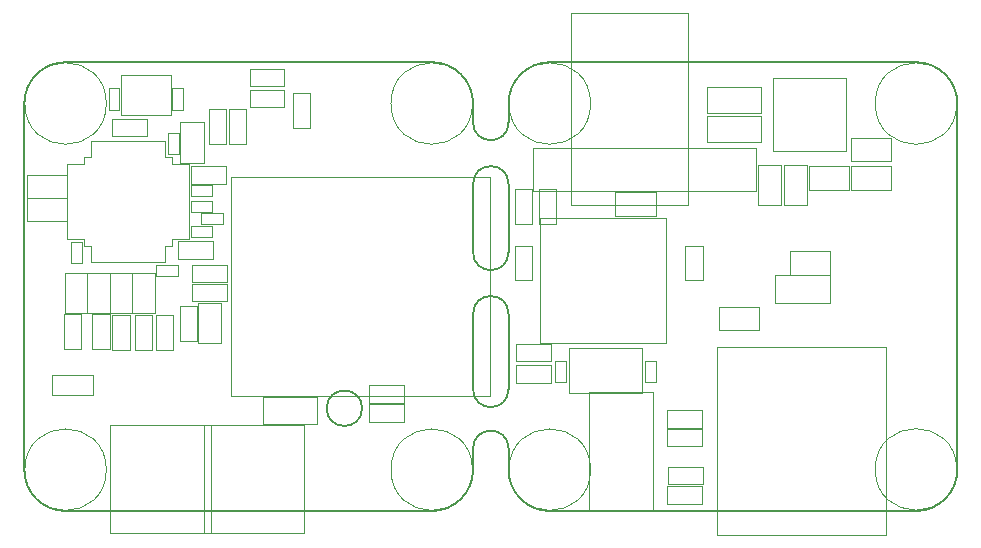
<source format=gbr>
%TF.GenerationSoftware,KiCad,Pcbnew,(5.1.8-0-10_14)*%
%TF.CreationDate,2021-08-30T17:25:53+02:00*%
%TF.ProjectId,ethersweep,65746865-7273-4776-9565-702e6b696361,2.0.1*%
%TF.SameCoordinates,Original*%
%TF.FileFunction,Other,User*%
%FSLAX46Y46*%
G04 Gerber Fmt 4.6, Leading zero omitted, Abs format (unit mm)*
G04 Created by KiCad (PCBNEW (5.1.8-0-10_14)) date 2021-08-30 17:25:53*
%MOMM*%
%LPD*%
G01*
G04 APERTURE LIST*
%TA.AperFunction,Profile*%
%ADD10C,0.150000*%
%TD*%
%ADD11C,0.050000*%
G04 APERTURE END LIST*
D10*
X221600000Y-26700000D02*
G75*
G02*
X225100000Y-30200000I0J-3500000D01*
G01*
X184100000Y-60700000D02*
X184100000Y-59400000D01*
X187100000Y-31800000D02*
X187100000Y-30700000D01*
X187100000Y-31800000D02*
G75*
G02*
X184100000Y-31800000I-1500000J0D01*
G01*
X187100000Y-61200000D02*
X187100000Y-59400000D01*
X184100000Y-31800000D02*
X184100000Y-30200000D01*
X184100000Y-59400000D02*
G75*
G02*
X187100000Y-59400000I1500000J0D01*
G01*
X187100000Y-42800000D02*
G75*
G02*
X184100000Y-42800000I-1500000J0D01*
G01*
X184100000Y-37000000D02*
G75*
G02*
X187100000Y-37000000I1500000J0D01*
G01*
X187100000Y-42800000D02*
X187100000Y-37000000D01*
X184100000Y-54400000D02*
X184100000Y-48000000D01*
X184100000Y-48000000D02*
G75*
G02*
X187100000Y-48000000I1500000J0D01*
G01*
X184100000Y-42800000D02*
X184100000Y-37000000D01*
X187100000Y-54400000D02*
X187100000Y-48000000D01*
X187100000Y-54400000D02*
G75*
G02*
X184100000Y-54400000I-1500000J0D01*
G01*
X184100000Y-61200000D02*
X184100000Y-60700000D01*
X187100000Y-30200000D02*
X187100000Y-30700000D01*
X174700000Y-56000000D02*
G75*
G03*
X174700000Y-56000000I-1500000J0D01*
G01*
X149600000Y-64700000D02*
G75*
G02*
X146100000Y-61200000I0J3500000D01*
G01*
X149600000Y-64700000D02*
X180600000Y-64700000D01*
X190600000Y-26700000D02*
X221600000Y-26700000D01*
X187100000Y-30200000D02*
G75*
G02*
X190600000Y-26700000I3500000J0D01*
G01*
X225100000Y-61200000D02*
G75*
G02*
X221600000Y-64700000I-3500000J0D01*
G01*
X190600000Y-64700000D02*
G75*
G02*
X187100000Y-61200000I0J3500000D01*
G01*
X190600000Y-64700000D02*
X221600000Y-64700000D01*
X225100000Y-61200000D02*
X225100000Y-30200000D01*
X146100000Y-30200000D02*
X146100000Y-61200000D01*
X184100000Y-61200000D02*
G75*
G02*
X180600000Y-64700000I-3500000J0D01*
G01*
X180600000Y-26700000D02*
G75*
G02*
X184100000Y-30200000I0J-3500000D01*
G01*
X146100000Y-30200000D02*
G75*
G02*
X149600000Y-26700000I3500000J0D01*
G01*
X180600000Y-26700000D02*
X149600000Y-26700000D01*
D11*
X225050000Y-30200000D02*
G75*
G03*
X225050000Y-30200000I-3450000J0D01*
G01*
X161900000Y-66600000D02*
X161900000Y-57400000D01*
X161900000Y-57400000D02*
X153400000Y-57400000D01*
X153400000Y-57400000D02*
X153400000Y-66600000D01*
X153400000Y-66600000D02*
X161900000Y-66600000D01*
X192380000Y-38800000D02*
X202280000Y-38800000D01*
X192380000Y-22510000D02*
X192380000Y-38800000D01*
X202280000Y-22510000D02*
X192380000Y-22510000D01*
X202280000Y-38800000D02*
X202280000Y-22510000D01*
X194050000Y-61200000D02*
G75*
G03*
X194050000Y-61200000I-3450000J0D01*
G01*
X225050000Y-61175001D02*
G75*
G03*
X225050000Y-61175001I-3450000J0D01*
G01*
X194050000Y-30200000D02*
G75*
G03*
X194050000Y-30200000I-3450000J0D01*
G01*
X196150000Y-39680000D02*
X196150000Y-37720000D01*
X196150000Y-37720000D02*
X199550000Y-37720000D01*
X199550000Y-37720000D02*
X199550000Y-39680000D01*
X199550000Y-39680000D02*
X196150000Y-39680000D01*
X191960000Y-53810000D02*
X191040000Y-53810000D01*
X191040000Y-53810000D02*
X191040000Y-51990000D01*
X191040000Y-51990000D02*
X191960000Y-51990000D01*
X191960000Y-51990000D02*
X191960000Y-53810000D01*
X198640000Y-53810000D02*
X198640000Y-51990000D01*
X199560000Y-53810000D02*
X198640000Y-53810000D01*
X199560000Y-51990000D02*
X199560000Y-53810000D01*
X198640000Y-51990000D02*
X199560000Y-51990000D01*
X204900000Y-47420000D02*
X208300000Y-47420000D01*
X204900000Y-49380000D02*
X204900000Y-47420000D01*
X208300000Y-49380000D02*
X204900000Y-49380000D01*
X208300000Y-47420000D02*
X208300000Y-49380000D01*
X161300000Y-66600000D02*
X169800000Y-66600000D01*
X161300000Y-57400000D02*
X161300000Y-66600000D01*
X169800000Y-57400000D02*
X161300000Y-57400000D01*
X169800000Y-66600000D02*
X169800000Y-57400000D01*
X200400000Y-50500000D02*
X200400000Y-39900000D01*
X189800000Y-50500000D02*
X189800000Y-39900000D01*
X189800000Y-39900000D02*
X200400000Y-39900000D01*
X189800000Y-50500000D02*
X200400000Y-50500000D01*
X153050000Y-30200000D02*
G75*
G03*
X153050000Y-30200000I-3450000J0D01*
G01*
X184050000Y-30200000D02*
G75*
G03*
X184050000Y-30200000I-3450000J0D01*
G01*
X184050000Y-61200000D02*
G75*
G03*
X184050000Y-61200000I-3450000J0D01*
G01*
X153050000Y-61200000D02*
G75*
G03*
X153050000Y-61200000I-3450000J0D01*
G01*
X187620000Y-42220000D02*
X189080000Y-42220000D01*
X189080000Y-42220000D02*
X189080000Y-45180000D01*
X189080000Y-45180000D02*
X187620000Y-45180000D01*
X187620000Y-45180000D02*
X187620000Y-42220000D01*
X202070000Y-45180000D02*
X202070000Y-42220000D01*
X203530000Y-45180000D02*
X202070000Y-45180000D01*
X203530000Y-42220000D02*
X203530000Y-45180000D01*
X202070000Y-42220000D02*
X203530000Y-42220000D01*
X189130000Y-37420000D02*
X189130000Y-40380000D01*
X187670000Y-37420000D02*
X189130000Y-37420000D01*
X187670000Y-40380000D02*
X187670000Y-37420000D01*
X189130000Y-40380000D02*
X187670000Y-40380000D01*
X191130000Y-40380000D02*
X189670000Y-40380000D01*
X189670000Y-40380000D02*
X189670000Y-37420000D01*
X189670000Y-37420000D02*
X191130000Y-37420000D01*
X191130000Y-37420000D02*
X191130000Y-40380000D01*
X170330000Y-32280000D02*
X168870000Y-32280000D01*
X168870000Y-32280000D02*
X168870000Y-29320000D01*
X168870000Y-29320000D02*
X170330000Y-29320000D01*
X170330000Y-29320000D02*
X170330000Y-32280000D01*
X198400000Y-54700000D02*
X198400000Y-50900000D01*
X198400000Y-50900000D02*
X192200000Y-50900000D01*
X192200000Y-50900000D02*
X192200000Y-54700000D01*
X192200000Y-54700000D02*
X198400000Y-54700000D01*
X157270000Y-51030000D02*
X157270000Y-48070000D01*
X158730000Y-51030000D02*
X157270000Y-51030000D01*
X158730000Y-48070000D02*
X158730000Y-51030000D01*
X157270000Y-48070000D02*
X158730000Y-48070000D01*
X160190000Y-39360000D02*
X160190000Y-38440000D01*
X160190000Y-38440000D02*
X162010000Y-38440000D01*
X162010000Y-38440000D02*
X162010000Y-39360000D01*
X162010000Y-39360000D02*
X160190000Y-39360000D01*
X162910000Y-40360000D02*
X161090000Y-40360000D01*
X162910000Y-39440000D02*
X162910000Y-40360000D01*
X161090000Y-39440000D02*
X162910000Y-39440000D01*
X161090000Y-40360000D02*
X161090000Y-39440000D01*
X159160000Y-34510000D02*
X158240000Y-34510000D01*
X158240000Y-34510000D02*
X158240000Y-32690000D01*
X158240000Y-32690000D02*
X159160000Y-32690000D01*
X159160000Y-32690000D02*
X159160000Y-34510000D01*
X159110000Y-44760000D02*
X157290000Y-44760000D01*
X159110000Y-43840000D02*
X159110000Y-44760000D01*
X157290000Y-43840000D02*
X159110000Y-43840000D01*
X157290000Y-44760000D02*
X157290000Y-43840000D01*
X150040000Y-43710000D02*
X150040000Y-41890000D01*
X150960000Y-43710000D02*
X150040000Y-43710000D01*
X150960000Y-41890000D02*
X150960000Y-43710000D01*
X150040000Y-41890000D02*
X150960000Y-41890000D01*
X162010000Y-41460000D02*
X160190000Y-41460000D01*
X162010000Y-40540000D02*
X162010000Y-41460000D01*
X160190000Y-40540000D02*
X162010000Y-40540000D01*
X160190000Y-41460000D02*
X160190000Y-40540000D01*
X161280000Y-35200000D02*
X159320000Y-35200000D01*
X159320000Y-35200000D02*
X159320000Y-31800000D01*
X159320000Y-31800000D02*
X161280000Y-31800000D01*
X161280000Y-31800000D02*
X161280000Y-35200000D01*
X146300000Y-36220000D02*
X149700000Y-36220000D01*
X146300000Y-38180000D02*
X146300000Y-36220000D01*
X149700000Y-38180000D02*
X146300000Y-38180000D01*
X149700000Y-36220000D02*
X149700000Y-38180000D01*
X159560000Y-30710000D02*
X158640000Y-30710000D01*
X158640000Y-30710000D02*
X158640000Y-28890000D01*
X158640000Y-28890000D02*
X159560000Y-28890000D01*
X159560000Y-28890000D02*
X159560000Y-30710000D01*
X154160000Y-30710000D02*
X153240000Y-30710000D01*
X153240000Y-30710000D02*
X153240000Y-28890000D01*
X153240000Y-28890000D02*
X154160000Y-28890000D01*
X154160000Y-28890000D02*
X154160000Y-30710000D01*
X163180000Y-36980000D02*
X160220000Y-36980000D01*
X163180000Y-35520000D02*
X163180000Y-36980000D01*
X160220000Y-35520000D02*
X163180000Y-35520000D01*
X160220000Y-36980000D02*
X160220000Y-35520000D01*
X162030000Y-38010000D02*
X160210000Y-38010000D01*
X162030000Y-37090000D02*
X162030000Y-38010000D01*
X160210000Y-37090000D02*
X162030000Y-37090000D01*
X160210000Y-38010000D02*
X160210000Y-37090000D01*
X189200000Y-37600000D02*
X208050000Y-37600000D01*
X208050000Y-37600000D02*
X208050000Y-34000000D01*
X208050000Y-34000000D02*
X189200000Y-34000000D01*
X189200000Y-34000000D02*
X189200000Y-37600000D01*
X185520000Y-36450000D02*
X163620000Y-36450000D01*
X163620000Y-36450000D02*
X163620000Y-54950000D01*
X163620000Y-54950000D02*
X185520000Y-54950000D01*
X185520000Y-54950000D02*
X185520000Y-36450000D01*
X148450000Y-54850000D02*
X148450000Y-53150000D01*
X148450000Y-53150000D02*
X151950000Y-53150000D01*
X151950000Y-53150000D02*
X151950000Y-54850000D01*
X151950000Y-54850000D02*
X148450000Y-54850000D01*
X151450000Y-44570000D02*
X151450000Y-47930000D01*
X149550000Y-44570000D02*
X151450000Y-44570000D01*
X149550000Y-47930000D02*
X149550000Y-44570000D01*
X151450000Y-47930000D02*
X149550000Y-47930000D01*
X153350000Y-47930000D02*
X151450000Y-47930000D01*
X151450000Y-47930000D02*
X151450000Y-44570000D01*
X151450000Y-44570000D02*
X153350000Y-44570000D01*
X153350000Y-44570000D02*
X153350000Y-47930000D01*
X155250000Y-44570000D02*
X155250000Y-47930000D01*
X153350000Y-44570000D02*
X155250000Y-44570000D01*
X153350000Y-47930000D02*
X153350000Y-44570000D01*
X155250000Y-47930000D02*
X153350000Y-47930000D01*
X157150000Y-47930000D02*
X155250000Y-47930000D01*
X155250000Y-47930000D02*
X155250000Y-44570000D01*
X155250000Y-44570000D02*
X157150000Y-44570000D01*
X157150000Y-44570000D02*
X157150000Y-47930000D01*
X150930000Y-50980000D02*
X149470000Y-50980000D01*
X149470000Y-50980000D02*
X149470000Y-48020000D01*
X149470000Y-48020000D02*
X150930000Y-48020000D01*
X150930000Y-48020000D02*
X150930000Y-50980000D01*
X153330000Y-50980000D02*
X151870000Y-50980000D01*
X151870000Y-50980000D02*
X151870000Y-48020000D01*
X151870000Y-48020000D02*
X153330000Y-48020000D01*
X153330000Y-48020000D02*
X153330000Y-50980000D01*
X155030000Y-48070000D02*
X155030000Y-51030000D01*
X153570000Y-48070000D02*
X155030000Y-48070000D01*
X153570000Y-51030000D02*
X153570000Y-48070000D01*
X155030000Y-51030000D02*
X153570000Y-51030000D01*
X178280000Y-55670000D02*
X178280000Y-57130000D01*
X178280000Y-57130000D02*
X175320000Y-57130000D01*
X175320000Y-57130000D02*
X175320000Y-55670000D01*
X175320000Y-55670000D02*
X178280000Y-55670000D01*
X175320000Y-54070000D02*
X178280000Y-54070000D01*
X175320000Y-55530000D02*
X175320000Y-54070000D01*
X178280000Y-55530000D02*
X175320000Y-55530000D01*
X178280000Y-54070000D02*
X178280000Y-55530000D01*
X156930000Y-48070000D02*
X156930000Y-51030000D01*
X155470000Y-48070000D02*
X156930000Y-48070000D01*
X155470000Y-51030000D02*
X155470000Y-48070000D01*
X156930000Y-51030000D02*
X155470000Y-51030000D01*
X158050000Y-33350000D02*
X154900000Y-33350000D01*
X158050000Y-34750000D02*
X158050000Y-33350000D01*
X158650000Y-34750000D02*
X158050000Y-34750000D01*
X158650000Y-35350000D02*
X158650000Y-34750000D01*
X160050000Y-35350000D02*
X158650000Y-35350000D01*
X160050000Y-38500000D02*
X160050000Y-35350000D01*
X158050000Y-43650000D02*
X154900000Y-43650000D01*
X158050000Y-42250000D02*
X158050000Y-43650000D01*
X158650000Y-42250000D02*
X158050000Y-42250000D01*
X158650000Y-41650000D02*
X158650000Y-42250000D01*
X160050000Y-41650000D02*
X158650000Y-41650000D01*
X160050000Y-38500000D02*
X160050000Y-41650000D01*
X151750000Y-33350000D02*
X154900000Y-33350000D01*
X151750000Y-34750000D02*
X151750000Y-33350000D01*
X151150000Y-34750000D02*
X151750000Y-34750000D01*
X151150000Y-35350000D02*
X151150000Y-34750000D01*
X149750000Y-35350000D02*
X151150000Y-35350000D01*
X149750000Y-38500000D02*
X149750000Y-35350000D01*
X151750000Y-43650000D02*
X154900000Y-43650000D01*
X151750000Y-42250000D02*
X151750000Y-43650000D01*
X151150000Y-42250000D02*
X151750000Y-42250000D01*
X151150000Y-41650000D02*
X151150000Y-42250000D01*
X149750000Y-41650000D02*
X151150000Y-41650000D01*
X149750000Y-38500000D02*
X149750000Y-41650000D01*
X158500000Y-27800000D02*
X154300000Y-27800000D01*
X158500000Y-31200000D02*
X158500000Y-27800000D01*
X154300000Y-31200000D02*
X158500000Y-31200000D01*
X154300000Y-27800000D02*
X154300000Y-31200000D01*
X187720000Y-52030000D02*
X187720000Y-50570000D01*
X187720000Y-50570000D02*
X190680000Y-50570000D01*
X190680000Y-50570000D02*
X190680000Y-52030000D01*
X190680000Y-52030000D02*
X187720000Y-52030000D01*
X216100000Y-37480000D02*
X216100000Y-35520000D01*
X216100000Y-35520000D02*
X219500000Y-35520000D01*
X219500000Y-35520000D02*
X219500000Y-37480000D01*
X219500000Y-37480000D02*
X216100000Y-37480000D01*
X219500000Y-35080000D02*
X216100000Y-35080000D01*
X219500000Y-33120000D02*
X219500000Y-35080000D01*
X216100000Y-33120000D02*
X219500000Y-33120000D01*
X216100000Y-35080000D02*
X216100000Y-33120000D01*
X212500000Y-37480000D02*
X212500000Y-35520000D01*
X212500000Y-35520000D02*
X215900000Y-35520000D01*
X215900000Y-35520000D02*
X215900000Y-37480000D01*
X215900000Y-37480000D02*
X212500000Y-37480000D01*
X210420000Y-35400000D02*
X212380000Y-35400000D01*
X212380000Y-35400000D02*
X212380000Y-38800000D01*
X212380000Y-38800000D02*
X210420000Y-38800000D01*
X210420000Y-38800000D02*
X210420000Y-35400000D01*
X208480000Y-28780000D02*
X208480000Y-31020000D01*
X208480000Y-31020000D02*
X203920000Y-31020000D01*
X203920000Y-31020000D02*
X203920000Y-28780000D01*
X203920000Y-28780000D02*
X208480000Y-28780000D01*
X203914999Y-31234999D02*
X208474999Y-31234999D01*
X203914999Y-33474999D02*
X203914999Y-31234999D01*
X208474999Y-33474999D02*
X203914999Y-33474999D01*
X208474999Y-31234999D02*
X208474999Y-33474999D01*
X193900000Y-64700000D02*
X199300000Y-64700000D01*
X199300000Y-64700000D02*
X199300000Y-54600000D01*
X199300000Y-54600000D02*
X193900000Y-54600000D01*
X193900000Y-54600000D02*
X193900000Y-64700000D01*
X209500000Y-34200000D02*
X215700000Y-34200000D01*
X215700000Y-34200000D02*
X215700000Y-28000000D01*
X215700000Y-28000000D02*
X209500000Y-28000000D01*
X209500000Y-28000000D02*
X209500000Y-34200000D01*
X162750000Y-47120000D02*
X162750000Y-50480000D01*
X160850000Y-47120000D02*
X162750000Y-47120000D01*
X160850000Y-50480000D02*
X160850000Y-47120000D01*
X162750000Y-50480000D02*
X160850000Y-50480000D01*
X153520000Y-31470000D02*
X156480000Y-31470000D01*
X153520000Y-32930000D02*
X153520000Y-31470000D01*
X156480000Y-32930000D02*
X153520000Y-32930000D01*
X156480000Y-31470000D02*
X156480000Y-32930000D01*
X162080000Y-41870000D02*
X162080000Y-43330000D01*
X162080000Y-43330000D02*
X159120000Y-43330000D01*
X159120000Y-43330000D02*
X159120000Y-41870000D01*
X159120000Y-41870000D02*
X162080000Y-41870000D01*
X190680000Y-53830000D02*
X187720000Y-53830000D01*
X190680000Y-52370000D02*
X190680000Y-53830000D01*
X187720000Y-52370000D02*
X190680000Y-52370000D01*
X187720000Y-53830000D02*
X187720000Y-52370000D01*
X163280000Y-43870000D02*
X163280000Y-45330000D01*
X163280000Y-45330000D02*
X160320000Y-45330000D01*
X160320000Y-45330000D02*
X160320000Y-43870000D01*
X160320000Y-43870000D02*
X163280000Y-43870000D01*
X160320000Y-45470000D02*
X163280000Y-45470000D01*
X160320000Y-46930000D02*
X160320000Y-45470000D01*
X163280000Y-46930000D02*
X160320000Y-46930000D01*
X163280000Y-45470000D02*
X163280000Y-46930000D01*
X146300000Y-38220000D02*
X149700000Y-38220000D01*
X146300000Y-40180000D02*
X146300000Y-38220000D01*
X149700000Y-40180000D02*
X146300000Y-40180000D01*
X149700000Y-38220000D02*
X149700000Y-40180000D01*
X166300000Y-55050000D02*
X170900000Y-55050000D01*
X166300000Y-57350000D02*
X166300000Y-55050000D01*
X170900000Y-57350000D02*
X166300000Y-57350000D01*
X170900000Y-55050000D02*
X170900000Y-57350000D01*
X160730000Y-47320000D02*
X160730000Y-50280000D01*
X159270000Y-47320000D02*
X160730000Y-47320000D01*
X159270000Y-50280000D02*
X159270000Y-47320000D01*
X160730000Y-50280000D02*
X159270000Y-50280000D01*
X209700000Y-44750000D02*
X214300000Y-44750000D01*
X209700000Y-47050000D02*
X209700000Y-44750000D01*
X214300000Y-47050000D02*
X209700000Y-47050000D01*
X214300000Y-44750000D02*
X214300000Y-47050000D01*
X210900000Y-42720000D02*
X214300000Y-42720000D01*
X210900000Y-44680000D02*
X210900000Y-42720000D01*
X214300000Y-44680000D02*
X210900000Y-44680000D01*
X214300000Y-42720000D02*
X214300000Y-44680000D01*
X200554999Y-62614999D02*
X203514999Y-62614999D01*
X200554999Y-64074999D02*
X200554999Y-62614999D01*
X203514999Y-64074999D02*
X200554999Y-64074999D01*
X203514999Y-62614999D02*
X203514999Y-64074999D01*
X219050000Y-66700000D02*
X204750000Y-66700000D01*
X204750000Y-66700000D02*
X204750000Y-50850000D01*
X219050000Y-50850000D02*
X204750000Y-50850000D01*
X219050000Y-66700000D02*
X219050000Y-50850000D01*
X200594999Y-60970000D02*
X203554999Y-60970000D01*
X200594999Y-62430000D02*
X200594999Y-60970000D01*
X203554999Y-62430000D02*
X200594999Y-62430000D01*
X203554999Y-60970000D02*
X203554999Y-62430000D01*
X200520000Y-57770000D02*
X203480000Y-57770000D01*
X200520000Y-59230000D02*
X200520000Y-57770000D01*
X203480000Y-59230000D02*
X200520000Y-59230000D01*
X203480000Y-57770000D02*
X203480000Y-59230000D01*
X200520000Y-57630000D02*
X200520000Y-56170000D01*
X200520000Y-56170000D02*
X203480000Y-56170000D01*
X203480000Y-56170000D02*
X203480000Y-57630000D01*
X203480000Y-57630000D02*
X200520000Y-57630000D01*
X208220000Y-38800000D02*
X208220000Y-35400000D01*
X210180000Y-38800000D02*
X208220000Y-38800000D01*
X210180000Y-35400000D02*
X210180000Y-38800000D01*
X208220000Y-35400000D02*
X210180000Y-35400000D01*
X165170000Y-29040000D02*
X168130000Y-29040000D01*
X165170000Y-30500000D02*
X165170000Y-29040000D01*
X168130000Y-30500000D02*
X165170000Y-30500000D01*
X168130000Y-29040000D02*
X168130000Y-30500000D01*
X168130000Y-27240000D02*
X168130000Y-28700000D01*
X168130000Y-28700000D02*
X165170000Y-28700000D01*
X165170000Y-28700000D02*
X165170000Y-27240000D01*
X165170000Y-27240000D02*
X168130000Y-27240000D01*
X164880000Y-30690000D02*
X164880000Y-33650000D01*
X163420000Y-30690000D02*
X164880000Y-30690000D01*
X163420000Y-33650000D02*
X163420000Y-30690000D01*
X164880000Y-33650000D02*
X163420000Y-33650000D01*
X163180000Y-33625000D02*
X161720000Y-33625000D01*
X161720000Y-33625000D02*
X161720000Y-30665000D01*
X161720000Y-30665000D02*
X163180000Y-30665000D01*
X163180000Y-30665000D02*
X163180000Y-33625000D01*
M02*

</source>
